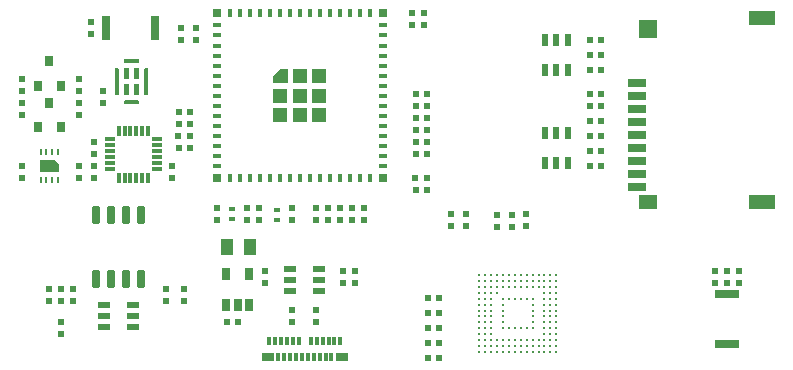
<source format=gtp>
G04*
G04 #@! TF.GenerationSoftware,Altium Limited,Altium Designer,22.9.1 (49)*
G04*
G04 Layer_Color=8421504*
%FSLAX44Y44*%
%MOMM*%
G71*
G04*
G04 #@! TF.SameCoordinates,E336FFB1-1865-4BEF-82AD-0346AAED6B04*
G04*
G04*
G04 #@! TF.FilePolarity,Positive*
G04*
G01*
G75*
%ADD15C,0.2500*%
%ADD16R,2.2000X1.2000*%
%ADD17R,1.5000X1.6000*%
%ADD18R,1.5000X1.2000*%
%ADD19R,1.6000X0.7000*%
%ADD20R,1.0000X0.7000*%
%ADD21R,0.3000X0.7000*%
%ADD22R,1.0000X1.4000*%
%ADD23R,0.8000X2.0000*%
%ADD24R,2.0000X0.8000*%
%ADD25R,0.7000X0.9000*%
%ADD26R,1.1000X0.6000*%
%ADD27R,0.6000X1.1000*%
%ADD28R,1.2000X1.2000*%
%ADD29R,0.8000X0.4000*%
%ADD30R,0.8000X0.4000*%
%ADD31R,0.4000X0.8000*%
%ADD32R,0.8000X0.8000*%
G04:AMPARAMS|DCode=33|XSize=1.55mm|YSize=0.6mm|CornerRadius=0.075mm|HoleSize=0mm|Usage=FLASHONLY|Rotation=270.000|XOffset=0mm|YOffset=0mm|HoleType=Round|Shape=RoundedRectangle|*
%AMROUNDEDRECTD33*
21,1,1.5500,0.4500,0,0,270.0*
21,1,1.4000,0.6000,0,0,270.0*
1,1,0.1500,-0.2250,-0.7000*
1,1,0.1500,-0.2250,0.7000*
1,1,0.1500,0.2250,0.7000*
1,1,0.1500,0.2250,-0.7000*
%
%ADD33ROUNDEDRECTD33*%
%ADD34R,0.6000X0.4000*%
G04:AMPARAMS|DCode=35|XSize=0.35mm|YSize=0.85mm|CornerRadius=0.0438mm|HoleSize=0mm|Usage=FLASHONLY|Rotation=90.000|XOffset=0mm|YOffset=0mm|HoleType=Round|Shape=RoundedRectangle|*
%AMROUNDEDRECTD35*
21,1,0.3500,0.7625,0,0,90.0*
21,1,0.2625,0.8500,0,0,90.0*
1,1,0.0875,0.3813,0.1313*
1,1,0.0875,0.3813,-0.1313*
1,1,0.0875,-0.3813,-0.1313*
1,1,0.0875,-0.3813,0.1313*
%
%ADD35ROUNDEDRECTD35*%
G04:AMPARAMS|DCode=36|XSize=0.35mm|YSize=0.85mm|CornerRadius=0.0438mm|HoleSize=0mm|Usage=FLASHONLY|Rotation=0.000|XOffset=0mm|YOffset=0mm|HoleType=Round|Shape=RoundedRectangle|*
%AMROUNDEDRECTD36*
21,1,0.3500,0.7625,0,0,0.0*
21,1,0.2625,0.8500,0,0,0.0*
1,1,0.0875,0.1313,-0.3813*
1,1,0.0875,-0.1313,-0.3813*
1,1,0.0875,-0.1313,0.3813*
1,1,0.0875,0.1313,0.3813*
%
%ADD36ROUNDEDRECTD36*%
%ADD37R,0.6900X0.9900*%
%ADD38R,0.8000X0.9000*%
%ADD39R,0.2500X0.5500*%
%ADD40R,0.6000X0.5000*%
%ADD41R,0.5000X0.6000*%
%ADD42R,0.5000X0.5000*%
%ADD43R,0.5000X0.5000*%
G36*
X119090Y324229D02*
X118079Y323218D01*
X118075Y323240D01*
X107057D01*
X106090Y324223D01*
Y326740D01*
X119090D01*
Y324229D01*
D02*
G37*
G36*
Y309740D02*
X114590D01*
Y319240D01*
X119090D01*
Y309740D01*
D02*
G37*
G36*
X110590D02*
X106090D01*
Y319240D01*
X110590D01*
Y309740D01*
D02*
G37*
G36*
X244780Y306400D02*
X232780D01*
Y312410D01*
X238770Y318400D01*
X244780D01*
Y306400D01*
D02*
G37*
G36*
X126590Y296240D02*
X124106D01*
X123102Y297244D01*
X123090D01*
Y318206D01*
X124107Y319214D01*
Y319240D01*
X126590D01*
Y296240D01*
D02*
G37*
G36*
X119090D02*
X114590D01*
Y305740D01*
X119090D01*
Y296240D01*
D02*
G37*
G36*
X110590D02*
X107510D01*
X106090Y297730D01*
Y305740D01*
X110590D01*
Y296240D01*
D02*
G37*
G36*
X101073Y319214D02*
X102090Y318206D01*
Y297244D01*
X102078D01*
X101074Y296240D01*
X98590D01*
Y319240D01*
X101073D01*
Y319214D01*
D02*
G37*
G36*
X119090Y291251D02*
Y288740D01*
X106090D01*
Y291257D01*
X107057Y292240D01*
X118075D01*
X118079Y292262D01*
X119090Y291251D01*
D02*
G37*
G36*
X51054Y238506D02*
X51180D01*
Y231220D01*
X35180D01*
Y241220D01*
X48260D01*
X51054Y238506D01*
D02*
G37*
D15*
X407280Y139060D02*
D03*
Y144060D02*
D03*
X412280Y139060D02*
D03*
Y144060D02*
D03*
X407280Y79060D02*
D03*
Y84060D02*
D03*
Y89060D02*
D03*
Y94060D02*
D03*
Y99060D02*
D03*
X412280Y79060D02*
D03*
Y84060D02*
D03*
Y89060D02*
D03*
Y94060D02*
D03*
Y99060D02*
D03*
Y104060D02*
D03*
X417280Y79060D02*
D03*
Y84060D02*
D03*
Y89060D02*
D03*
Y94060D02*
D03*
Y99060D02*
D03*
X422280Y79060D02*
D03*
Y84060D02*
D03*
Y89060D02*
D03*
X427280Y79060D02*
D03*
Y84060D02*
D03*
Y89060D02*
D03*
Y99060D02*
D03*
X432280Y79060D02*
D03*
Y84060D02*
D03*
Y89060D02*
D03*
Y99060D02*
D03*
X437280Y79060D02*
D03*
Y84060D02*
D03*
Y89060D02*
D03*
Y99060D02*
D03*
X442280D02*
D03*
X407280Y104060D02*
D03*
Y109060D02*
D03*
Y114060D02*
D03*
Y134060D02*
D03*
Y124060D02*
D03*
Y129060D02*
D03*
Y119060D02*
D03*
X412280Y129060D02*
D03*
Y109060D02*
D03*
Y119060D02*
D03*
Y134060D02*
D03*
Y114060D02*
D03*
X417280Y104060D02*
D03*
X427280D02*
D03*
X417280Y109060D02*
D03*
X427280D02*
D03*
X417280Y114060D02*
D03*
X427280D02*
D03*
X417280Y119060D02*
D03*
X427280D02*
D03*
X412280Y124060D02*
D03*
X417280D02*
D03*
X427280D02*
D03*
X432280D02*
D03*
X437280D02*
D03*
X417280Y134060D02*
D03*
Y129060D02*
D03*
X422280Y129060D02*
D03*
X432280Y134060D02*
D03*
X427280D02*
D03*
X442280D02*
D03*
X437280D02*
D03*
X422280D02*
D03*
X417280Y139060D02*
D03*
X422280D02*
D03*
X432280D02*
D03*
X427280D02*
D03*
X437280D02*
D03*
X417280Y144060D02*
D03*
X432280D02*
D03*
X427280D02*
D03*
X442280D02*
D03*
X422280D02*
D03*
X437280D02*
D03*
X442280Y84060D02*
D03*
Y89060D02*
D03*
Y79060D02*
D03*
X447280Y84060D02*
D03*
Y89060D02*
D03*
Y79060D02*
D03*
Y99060D02*
D03*
X452280Y84060D02*
D03*
Y89060D02*
D03*
Y79060D02*
D03*
Y99060D02*
D03*
Y104060D02*
D03*
X457280Y89060D02*
D03*
Y84060D02*
D03*
Y79060D02*
D03*
X462280Y84060D02*
D03*
Y94060D02*
D03*
Y89060D02*
D03*
Y79060D02*
D03*
Y99060D02*
D03*
Y104060D02*
D03*
X467280Y84060D02*
D03*
Y89060D02*
D03*
Y94060D02*
D03*
Y79060D02*
D03*
Y99060D02*
D03*
Y104060D02*
D03*
X472280Y84060D02*
D03*
Y79060D02*
D03*
Y89060D02*
D03*
Y94060D02*
D03*
Y99060D02*
D03*
X442280Y124060D02*
D03*
Y139060D02*
D03*
X447280Y124060D02*
D03*
Y134060D02*
D03*
Y139060D02*
D03*
Y144060D02*
D03*
X452280Y109060D02*
D03*
Y114060D02*
D03*
Y119060D02*
D03*
Y124060D02*
D03*
Y139060D02*
D03*
Y134060D02*
D03*
Y144060D02*
D03*
X457280Y139060D02*
D03*
Y134060D02*
D03*
Y144060D02*
D03*
X472280Y104060D02*
D03*
X462280Y109060D02*
D03*
X467280D02*
D03*
X472280D02*
D03*
X462280Y114060D02*
D03*
X467280D02*
D03*
X472280D02*
D03*
X462280Y119060D02*
D03*
X467280D02*
D03*
X472280D02*
D03*
X462280Y124060D02*
D03*
X467280D02*
D03*
X472280D02*
D03*
X462280Y129060D02*
D03*
X467280D02*
D03*
X472280D02*
D03*
X462280Y134060D02*
D03*
X467280D02*
D03*
X472280D02*
D03*
X462280Y139060D02*
D03*
X467280D02*
D03*
X472280D02*
D03*
X462280Y144060D02*
D03*
X467280D02*
D03*
X472280D02*
D03*
D16*
X646240Y361320D02*
D03*
Y206320D02*
D03*
D17*
X550240Y352320D02*
D03*
D18*
Y206320D02*
D03*
D19*
X540240Y229320D02*
D03*
Y240320D02*
D03*
Y251320D02*
D03*
Y262320D02*
D03*
Y273320D02*
D03*
Y284320D02*
D03*
Y295320D02*
D03*
Y306320D02*
D03*
Y218320D02*
D03*
D20*
X290480Y74840D02*
D03*
X228480D02*
D03*
D21*
X236980D02*
D03*
X241980D02*
D03*
X246980D02*
D03*
X251980D02*
D03*
X256980D02*
D03*
X261980D02*
D03*
X266980D02*
D03*
X271980D02*
D03*
X276980D02*
D03*
X281980D02*
D03*
X289480Y87840D02*
D03*
X284480D02*
D03*
X279480D02*
D03*
X274480D02*
D03*
X269480D02*
D03*
X264480D02*
D03*
X254480D02*
D03*
X249480D02*
D03*
X244480D02*
D03*
X239480D02*
D03*
X234480D02*
D03*
X229480D02*
D03*
D22*
X212700Y167640D02*
D03*
X193700D02*
D03*
D23*
X90760Y353060D02*
D03*
X132760D02*
D03*
D24*
X617220Y85680D02*
D03*
Y127680D02*
D03*
D25*
X43180Y325460D02*
D03*
X52680Y304460D02*
D03*
X33680D02*
D03*
D26*
X246580Y149200D02*
D03*
Y139700D02*
D03*
Y130200D02*
D03*
X271580Y149200D02*
D03*
Y139700D02*
D03*
Y130200D02*
D03*
X114100Y99720D02*
D03*
Y109220D02*
D03*
Y118720D02*
D03*
X89100Y99720D02*
D03*
Y109220D02*
D03*
Y118720D02*
D03*
D27*
X462940Y317700D02*
D03*
X472440D02*
D03*
X481940D02*
D03*
X462940Y342700D02*
D03*
X472440D02*
D03*
X481940D02*
D03*
X462940Y238960D02*
D03*
X472440D02*
D03*
X481940D02*
D03*
X462940Y263960D02*
D03*
X472440D02*
D03*
X481940D02*
D03*
D28*
X255280Y312400D02*
D03*
X238780Y295900D02*
D03*
Y279400D02*
D03*
X255280D02*
D03*
X271780D02*
D03*
Y295900D02*
D03*
Y312400D02*
D03*
X255280Y295900D02*
D03*
D29*
X325280Y304400D02*
D03*
Y261900D02*
D03*
Y287400D02*
D03*
Y236400D02*
D03*
Y244900D02*
D03*
Y253400D02*
D03*
Y270400D02*
D03*
Y278900D02*
D03*
Y295900D02*
D03*
Y312900D02*
D03*
Y321400D02*
D03*
Y329900D02*
D03*
Y338400D02*
D03*
Y346900D02*
D03*
Y355400D02*
D03*
D30*
X185280D02*
D03*
Y346900D02*
D03*
Y338400D02*
D03*
Y329900D02*
D03*
Y321400D02*
D03*
Y312900D02*
D03*
Y304400D02*
D03*
Y295900D02*
D03*
Y287400D02*
D03*
Y278900D02*
D03*
Y270400D02*
D03*
Y261900D02*
D03*
Y253400D02*
D03*
Y244900D02*
D03*
Y236400D02*
D03*
D31*
X195780Y225900D02*
D03*
X314780Y365900D02*
D03*
X306280D02*
D03*
X297780D02*
D03*
X289280D02*
D03*
X280780D02*
D03*
X272280D02*
D03*
X263780D02*
D03*
X255280D02*
D03*
X246780D02*
D03*
X238280D02*
D03*
X229780D02*
D03*
X221280D02*
D03*
X204280D02*
D03*
X195780D02*
D03*
X212780D02*
D03*
X204280Y225900D02*
D03*
X306280D02*
D03*
X314780D02*
D03*
X289280D02*
D03*
X297780D02*
D03*
X272280D02*
D03*
X255280D02*
D03*
X263780D02*
D03*
X238280D02*
D03*
X246780D02*
D03*
X221280D02*
D03*
X229780D02*
D03*
X212780D02*
D03*
X280780D02*
D03*
D32*
X185280Y365900D02*
D03*
Y225900D02*
D03*
X325280D02*
D03*
Y365900D02*
D03*
D33*
X82550Y140640D02*
D03*
X95250D02*
D03*
X107950D02*
D03*
X120650D02*
D03*
X82550Y194640D02*
D03*
X95250D02*
D03*
X107950D02*
D03*
X120650D02*
D03*
D34*
X198120Y191580D02*
D03*
Y199580D02*
D03*
X236220Y198818D02*
D03*
Y190818D02*
D03*
D35*
X134030Y258880D02*
D03*
Y253880D02*
D03*
Y248880D02*
D03*
Y243880D02*
D03*
Y238880D02*
D03*
Y233880D02*
D03*
X94550D02*
D03*
Y238880D02*
D03*
Y243880D02*
D03*
Y248880D02*
D03*
Y253880D02*
D03*
Y258880D02*
D03*
D36*
X126800Y226630D02*
D03*
X121800D02*
D03*
X116800D02*
D03*
X111800D02*
D03*
X106800D02*
D03*
X101800D02*
D03*
Y266130D02*
D03*
X106800D02*
D03*
X111800D02*
D03*
X116800D02*
D03*
X121800D02*
D03*
X126800D02*
D03*
D37*
X212040Y144780D02*
D03*
X193040D02*
D03*
X212040Y118880D02*
D03*
X202540D02*
D03*
X193040D02*
D03*
D38*
X52680Y269400D02*
D03*
X33680D02*
D03*
X43180Y289400D02*
D03*
D39*
X50680Y224470D02*
D03*
X45680D02*
D03*
X40680D02*
D03*
X35680D02*
D03*
Y247970D02*
D03*
X40680D02*
D03*
X45680D02*
D03*
X50680D02*
D03*
D40*
X360680Y355680D02*
D03*
Y365680D02*
D03*
X627380Y147240D02*
D03*
Y137240D02*
D03*
X617220Y137160D02*
D03*
Y147160D02*
D03*
X78740Y348060D02*
D03*
Y358060D02*
D03*
X185420Y200580D02*
D03*
Y190580D02*
D03*
X248920D02*
D03*
Y200580D02*
D03*
X20320Y299800D02*
D03*
Y309800D02*
D03*
Y289400D02*
D03*
Y279400D02*
D03*
X68580Y299800D02*
D03*
Y309800D02*
D03*
Y279560D02*
D03*
Y289560D02*
D03*
X302260Y147240D02*
D03*
Y137240D02*
D03*
X292100D02*
D03*
Y147240D02*
D03*
X210820Y190660D02*
D03*
Y200660D02*
D03*
X220980Y190580D02*
D03*
Y200580D02*
D03*
X269240Y114220D02*
D03*
Y104220D02*
D03*
X248920Y114300D02*
D03*
Y104300D02*
D03*
X383540Y185500D02*
D03*
Y195500D02*
D03*
X434660Y184860D02*
D03*
Y194860D02*
D03*
X421960Y184860D02*
D03*
Y194860D02*
D03*
X396240Y185500D02*
D03*
Y195500D02*
D03*
X53340Y131920D02*
D03*
Y121920D02*
D03*
X63500Y122000D02*
D03*
Y132000D02*
D03*
X43180Y122000D02*
D03*
Y132000D02*
D03*
X53340Y94060D02*
D03*
Y104060D02*
D03*
X157480Y132080D02*
D03*
Y122080D02*
D03*
X299720Y190580D02*
D03*
Y200580D02*
D03*
X309880Y190580D02*
D03*
Y200580D02*
D03*
X269240Y190580D02*
D03*
Y200580D02*
D03*
X279400Y190660D02*
D03*
Y200660D02*
D03*
X289560Y190580D02*
D03*
Y200580D02*
D03*
D41*
X162480Y281940D02*
D03*
X152480D02*
D03*
X162480Y271780D02*
D03*
X152480D02*
D03*
X162400Y261620D02*
D03*
X152400D02*
D03*
X162480Y251460D02*
D03*
X152480D02*
D03*
X510460Y342900D02*
D03*
X500460D02*
D03*
X510460Y330200D02*
D03*
X500460D02*
D03*
X510460Y317500D02*
D03*
X500460D02*
D03*
X510460Y274320D02*
D03*
X500460D02*
D03*
X510460Y261620D02*
D03*
X500460D02*
D03*
X510460Y248920D02*
D03*
X500460D02*
D03*
X510460Y236220D02*
D03*
X500460D02*
D03*
X363140Y297180D02*
D03*
X353140D02*
D03*
X363140Y287020D02*
D03*
X353140D02*
D03*
X363140Y276860D02*
D03*
X353140D02*
D03*
X363140Y266700D02*
D03*
X353140D02*
D03*
X363140Y256540D02*
D03*
X353140D02*
D03*
X363140Y246380D02*
D03*
X353140D02*
D03*
X363300Y111760D02*
D03*
X373300D02*
D03*
X363300Y86360D02*
D03*
X373300D02*
D03*
Y99060D02*
D03*
X363300D02*
D03*
X363060Y226060D02*
D03*
X353060D02*
D03*
X363140Y215900D02*
D03*
X353140D02*
D03*
D42*
X167640Y352980D02*
D03*
Y342980D02*
D03*
X350520Y355680D02*
D03*
Y365680D02*
D03*
X154940Y352980D02*
D03*
Y342980D02*
D03*
X607060Y147240D02*
D03*
Y137240D02*
D03*
X226060Y147240D02*
D03*
Y137240D02*
D03*
X447040Y185500D02*
D03*
Y195500D02*
D03*
X88900Y289640D02*
D03*
Y299640D02*
D03*
X147320Y226140D02*
D03*
Y236140D02*
D03*
X20320Y226140D02*
D03*
Y236140D02*
D03*
X81280Y246460D02*
D03*
Y256460D02*
D03*
Y226140D02*
D03*
Y236140D02*
D03*
X68580Y226140D02*
D03*
Y236140D02*
D03*
X142240Y122080D02*
D03*
Y132080D02*
D03*
D43*
X193120Y104140D02*
D03*
X203120D02*
D03*
X510460Y287020D02*
D03*
X500460D02*
D03*
X510460Y297180D02*
D03*
X500460D02*
D03*
X373300Y73660D02*
D03*
X363300D02*
D03*
X373300Y124460D02*
D03*
X363300D02*
D03*
M02*

</source>
